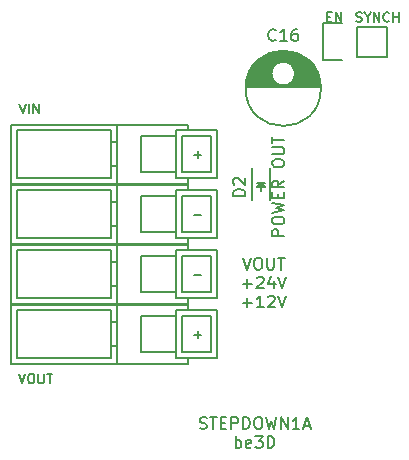
<source format=gbr>
G04 #@! TF.FileFunction,Legend,Top*
%FSLAX46Y46*%
G04 Gerber Fmt 4.6, Leading zero omitted, Abs format (unit mm)*
G04 Created by KiCad (PCBNEW 4.0.2-stable) date 26/09/2016 11:14:20*
%MOMM*%
G01*
G04 APERTURE LIST*
%ADD10C,0.150000*%
%ADD11C,0.200000*%
G04 APERTURE END LIST*
D10*
D11*
X150158524Y-71951857D02*
X150425191Y-71951857D01*
X150539477Y-72370905D02*
X150158524Y-72370905D01*
X150158524Y-71570905D01*
X150539477Y-71570905D01*
X150882334Y-72370905D02*
X150882334Y-71570905D01*
X151339477Y-72370905D01*
X151339477Y-71570905D01*
X143018095Y-92340381D02*
X143351428Y-93340381D01*
X143684762Y-92340381D01*
X144208571Y-92340381D02*
X144399048Y-92340381D01*
X144494286Y-92388000D01*
X144589524Y-92483238D01*
X144637143Y-92673714D01*
X144637143Y-93007048D01*
X144589524Y-93197524D01*
X144494286Y-93292762D01*
X144399048Y-93340381D01*
X144208571Y-93340381D01*
X144113333Y-93292762D01*
X144018095Y-93197524D01*
X143970476Y-93007048D01*
X143970476Y-92673714D01*
X144018095Y-92483238D01*
X144113333Y-92388000D01*
X144208571Y-92340381D01*
X145065714Y-92340381D02*
X145065714Y-93149905D01*
X145113333Y-93245143D01*
X145160952Y-93292762D01*
X145256190Y-93340381D01*
X145446667Y-93340381D01*
X145541905Y-93292762D01*
X145589524Y-93245143D01*
X145637143Y-93149905D01*
X145637143Y-92340381D01*
X145970476Y-92340381D02*
X146541905Y-92340381D01*
X146256190Y-93340381D02*
X146256190Y-92340381D01*
X143018095Y-94559429D02*
X143780000Y-94559429D01*
X143399048Y-94940381D02*
X143399048Y-94178476D01*
X144208571Y-94035619D02*
X144256190Y-93988000D01*
X144351428Y-93940381D01*
X144589524Y-93940381D01*
X144684762Y-93988000D01*
X144732381Y-94035619D01*
X144780000Y-94130857D01*
X144780000Y-94226095D01*
X144732381Y-94368952D01*
X144160952Y-94940381D01*
X144780000Y-94940381D01*
X145637143Y-94273714D02*
X145637143Y-94940381D01*
X145399047Y-93892762D02*
X145160952Y-94607048D01*
X145780000Y-94607048D01*
X146018095Y-93940381D02*
X146351428Y-94940381D01*
X146684762Y-93940381D01*
X143018095Y-96159429D02*
X143780000Y-96159429D01*
X143399048Y-96540381D02*
X143399048Y-95778476D01*
X144780000Y-96540381D02*
X144208571Y-96540381D01*
X144494285Y-96540381D02*
X144494285Y-95540381D01*
X144399047Y-95683238D01*
X144303809Y-95778476D01*
X144208571Y-95826095D01*
X145160952Y-95635619D02*
X145208571Y-95588000D01*
X145303809Y-95540381D01*
X145541905Y-95540381D01*
X145637143Y-95588000D01*
X145684762Y-95635619D01*
X145732381Y-95730857D01*
X145732381Y-95826095D01*
X145684762Y-95968952D01*
X145113333Y-96540381D01*
X145732381Y-96540381D01*
X146018095Y-95540381D02*
X146351428Y-96540381D01*
X146684762Y-95540381D01*
X138887238Y-93783143D02*
X139496762Y-93783143D01*
X138887238Y-98863143D02*
X139496762Y-98863143D01*
X139192000Y-99167905D02*
X139192000Y-98558381D01*
X138887238Y-83623143D02*
X139496762Y-83623143D01*
X139192000Y-83927905D02*
X139192000Y-83318381D01*
X138887238Y-88703143D02*
X139496762Y-88703143D01*
X152622477Y-72332810D02*
X152736763Y-72370905D01*
X152927239Y-72370905D01*
X153003429Y-72332810D01*
X153041525Y-72294714D01*
X153079620Y-72218524D01*
X153079620Y-72142333D01*
X153041525Y-72066143D01*
X153003429Y-72028048D01*
X152927239Y-71989952D01*
X152774858Y-71951857D01*
X152698667Y-71913762D01*
X152660572Y-71875667D01*
X152622477Y-71799476D01*
X152622477Y-71723286D01*
X152660572Y-71647095D01*
X152698667Y-71609000D01*
X152774858Y-71570905D01*
X152965334Y-71570905D01*
X153079620Y-71609000D01*
X153574858Y-71989952D02*
X153574858Y-72370905D01*
X153308191Y-71570905D02*
X153574858Y-71989952D01*
X153841525Y-71570905D01*
X154108191Y-72370905D02*
X154108191Y-71570905D01*
X154565334Y-72370905D01*
X154565334Y-71570905D01*
X155403429Y-72294714D02*
X155365334Y-72332810D01*
X155251048Y-72370905D01*
X155174858Y-72370905D01*
X155060572Y-72332810D01*
X154984381Y-72256619D01*
X154946286Y-72180429D01*
X154908191Y-72028048D01*
X154908191Y-71913762D01*
X154946286Y-71761381D01*
X154984381Y-71685190D01*
X155060572Y-71609000D01*
X155174858Y-71570905D01*
X155251048Y-71570905D01*
X155365334Y-71609000D01*
X155403429Y-71647095D01*
X155746286Y-72370905D02*
X155746286Y-71570905D01*
X155746286Y-71951857D02*
X156203429Y-71951857D01*
X156203429Y-72370905D02*
X156203429Y-71570905D01*
X124066476Y-102177905D02*
X124333143Y-102977905D01*
X124599810Y-102177905D01*
X125018857Y-102177905D02*
X125171238Y-102177905D01*
X125247429Y-102216000D01*
X125323619Y-102292190D01*
X125361714Y-102444571D01*
X125361714Y-102711238D01*
X125323619Y-102863619D01*
X125247429Y-102939810D01*
X125171238Y-102977905D01*
X125018857Y-102977905D01*
X124942667Y-102939810D01*
X124866476Y-102863619D01*
X124828381Y-102711238D01*
X124828381Y-102444571D01*
X124866476Y-102292190D01*
X124942667Y-102216000D01*
X125018857Y-102177905D01*
X125704571Y-102177905D02*
X125704571Y-102825524D01*
X125742666Y-102901714D01*
X125780762Y-102939810D01*
X125856952Y-102977905D01*
X126009333Y-102977905D01*
X126085524Y-102939810D01*
X126123619Y-102901714D01*
X126161714Y-102825524D01*
X126161714Y-102177905D01*
X126428380Y-102177905D02*
X126885523Y-102177905D01*
X126656952Y-102977905D02*
X126656952Y-102177905D01*
X124091810Y-79317905D02*
X124358477Y-80117905D01*
X124625144Y-79317905D01*
X124891810Y-80117905D02*
X124891810Y-79317905D01*
X125272762Y-80117905D02*
X125272762Y-79317905D01*
X125729905Y-80117905D01*
X125729905Y-79317905D01*
X139375143Y-106792762D02*
X139518000Y-106840381D01*
X139756096Y-106840381D01*
X139851334Y-106792762D01*
X139898953Y-106745143D01*
X139946572Y-106649905D01*
X139946572Y-106554667D01*
X139898953Y-106459429D01*
X139851334Y-106411810D01*
X139756096Y-106364190D01*
X139565619Y-106316571D01*
X139470381Y-106268952D01*
X139422762Y-106221333D01*
X139375143Y-106126095D01*
X139375143Y-106030857D01*
X139422762Y-105935619D01*
X139470381Y-105888000D01*
X139565619Y-105840381D01*
X139803715Y-105840381D01*
X139946572Y-105888000D01*
X140232286Y-105840381D02*
X140803715Y-105840381D01*
X140518000Y-106840381D02*
X140518000Y-105840381D01*
X141137048Y-106316571D02*
X141470382Y-106316571D01*
X141613239Y-106840381D02*
X141137048Y-106840381D01*
X141137048Y-105840381D01*
X141613239Y-105840381D01*
X142041810Y-106840381D02*
X142041810Y-105840381D01*
X142422763Y-105840381D01*
X142518001Y-105888000D01*
X142565620Y-105935619D01*
X142613239Y-106030857D01*
X142613239Y-106173714D01*
X142565620Y-106268952D01*
X142518001Y-106316571D01*
X142422763Y-106364190D01*
X142041810Y-106364190D01*
X143041810Y-106840381D02*
X143041810Y-105840381D01*
X143279905Y-105840381D01*
X143422763Y-105888000D01*
X143518001Y-105983238D01*
X143565620Y-106078476D01*
X143613239Y-106268952D01*
X143613239Y-106411810D01*
X143565620Y-106602286D01*
X143518001Y-106697524D01*
X143422763Y-106792762D01*
X143279905Y-106840381D01*
X143041810Y-106840381D01*
X144232286Y-105840381D02*
X144422763Y-105840381D01*
X144518001Y-105888000D01*
X144613239Y-105983238D01*
X144660858Y-106173714D01*
X144660858Y-106507048D01*
X144613239Y-106697524D01*
X144518001Y-106792762D01*
X144422763Y-106840381D01*
X144232286Y-106840381D01*
X144137048Y-106792762D01*
X144041810Y-106697524D01*
X143994191Y-106507048D01*
X143994191Y-106173714D01*
X144041810Y-105983238D01*
X144137048Y-105888000D01*
X144232286Y-105840381D01*
X144994191Y-105840381D02*
X145232286Y-106840381D01*
X145422763Y-106126095D01*
X145613239Y-106840381D01*
X145851334Y-105840381D01*
X146232286Y-106840381D02*
X146232286Y-105840381D01*
X146803715Y-106840381D01*
X146803715Y-105840381D01*
X147803715Y-106840381D02*
X147232286Y-106840381D01*
X147518000Y-106840381D02*
X147518000Y-105840381D01*
X147422762Y-105983238D01*
X147327524Y-106078476D01*
X147232286Y-106126095D01*
X148184667Y-106554667D02*
X148660858Y-106554667D01*
X148089429Y-106840381D02*
X148422762Y-105840381D01*
X148756096Y-106840381D01*
X142398952Y-108440381D02*
X142398952Y-107440381D01*
X142398952Y-107821333D02*
X142494190Y-107773714D01*
X142684667Y-107773714D01*
X142779905Y-107821333D01*
X142827524Y-107868952D01*
X142875143Y-107964190D01*
X142875143Y-108249905D01*
X142827524Y-108345143D01*
X142779905Y-108392762D01*
X142684667Y-108440381D01*
X142494190Y-108440381D01*
X142398952Y-108392762D01*
X143684667Y-108392762D02*
X143589429Y-108440381D01*
X143398952Y-108440381D01*
X143303714Y-108392762D01*
X143256095Y-108297524D01*
X143256095Y-107916571D01*
X143303714Y-107821333D01*
X143398952Y-107773714D01*
X143589429Y-107773714D01*
X143684667Y-107821333D01*
X143732286Y-107916571D01*
X143732286Y-108011810D01*
X143256095Y-108107048D01*
X144065619Y-107440381D02*
X144684667Y-107440381D01*
X144351333Y-107821333D01*
X144494191Y-107821333D01*
X144589429Y-107868952D01*
X144637048Y-107916571D01*
X144684667Y-108011810D01*
X144684667Y-108249905D01*
X144637048Y-108345143D01*
X144589429Y-108392762D01*
X144494191Y-108440381D01*
X144208476Y-108440381D01*
X144113238Y-108392762D01*
X144065619Y-108345143D01*
X145113238Y-108440381D02*
X145113238Y-107440381D01*
X145351333Y-107440381D01*
X145494191Y-107488000D01*
X145589429Y-107583238D01*
X145637048Y-107678476D01*
X145684667Y-107868952D01*
X145684667Y-108011810D01*
X145637048Y-108202286D01*
X145589429Y-108297524D01*
X145494191Y-108392762D01*
X145351333Y-108440381D01*
X145113238Y-108440381D01*
D10*
X138350000Y-96226000D02*
X138350000Y-95726000D01*
X138350000Y-91726000D02*
X138350000Y-91226000D01*
X132350000Y-96226100D02*
X132350000Y-91225900D01*
X123350000Y-96226100D02*
X123350000Y-91225900D01*
X140350000Y-95227000D02*
X140350000Y-92225000D01*
X137850100Y-95227000D02*
X137850100Y-92225000D01*
X140850100Y-91726000D02*
X140850100Y-95726000D01*
X137350000Y-91726000D02*
X137350000Y-95726000D01*
X134350000Y-95226100D02*
X134350000Y-92225900D01*
X131849900Y-91726000D02*
X131849900Y-95726000D01*
X123849900Y-95726000D02*
X123849900Y-91726000D01*
X131849900Y-94726000D02*
X132350000Y-94726000D01*
X137850100Y-95226000D02*
X140350000Y-95226000D01*
X137350000Y-95726000D02*
X140850100Y-95726000D01*
X131849900Y-92726000D02*
X132350000Y-92726000D01*
X137850100Y-92226000D02*
X140350000Y-92226000D01*
X137350000Y-91726000D02*
X140851000Y-91726000D01*
X134350000Y-95226000D02*
X137350000Y-95226000D01*
X123849900Y-95726000D02*
X131849900Y-95726000D01*
X132350000Y-96226000D02*
X138350000Y-96226000D01*
X134350000Y-92226000D02*
X137350000Y-92226000D01*
X123849900Y-91726000D02*
X131849900Y-91726000D01*
X132350000Y-91226000D02*
X138350000Y-91226000D01*
X132350000Y-96226000D02*
X123350000Y-96226000D01*
X123350000Y-91226000D02*
X132350000Y-91226000D01*
X143776000Y-84760000D02*
X143776000Y-87460000D01*
X145276000Y-84760000D02*
X145276000Y-87460000D01*
X144376000Y-86260000D02*
X144626000Y-86260000D01*
X144626000Y-86260000D02*
X144476000Y-86110000D01*
X144876000Y-86010000D02*
X144176000Y-86010000D01*
X144526000Y-86360000D02*
X144526000Y-86710000D01*
X144526000Y-86010000D02*
X144876000Y-86360000D01*
X144876000Y-86360000D02*
X144176000Y-86360000D01*
X144176000Y-86360000D02*
X144526000Y-86010000D01*
X138350000Y-86066000D02*
X138350000Y-85566000D01*
X138350000Y-81566000D02*
X138350000Y-81066000D01*
X132350000Y-86066100D02*
X132350000Y-81065900D01*
X123350000Y-86066100D02*
X123350000Y-81065900D01*
X140350000Y-85067000D02*
X140350000Y-82065000D01*
X137850100Y-85067000D02*
X137850100Y-82065000D01*
X140850100Y-81566000D02*
X140850100Y-85566000D01*
X137350000Y-81566000D02*
X137350000Y-85566000D01*
X134350000Y-85066100D02*
X134350000Y-82065900D01*
X131849900Y-81566000D02*
X131849900Y-85566000D01*
X123849900Y-85566000D02*
X123849900Y-81566000D01*
X131849900Y-84566000D02*
X132350000Y-84566000D01*
X137850100Y-85066000D02*
X140350000Y-85066000D01*
X137350000Y-85566000D02*
X140850100Y-85566000D01*
X131849900Y-82566000D02*
X132350000Y-82566000D01*
X137850100Y-82066000D02*
X140350000Y-82066000D01*
X137350000Y-81566000D02*
X140851000Y-81566000D01*
X134350000Y-85066000D02*
X137350000Y-85066000D01*
X123849900Y-85566000D02*
X131849900Y-85566000D01*
X132350000Y-86066000D02*
X138350000Y-86066000D01*
X134350000Y-82066000D02*
X137350000Y-82066000D01*
X123849900Y-81566000D02*
X131849900Y-81566000D01*
X132350000Y-81066000D02*
X138350000Y-81066000D01*
X132350000Y-86066000D02*
X123350000Y-86066000D01*
X123350000Y-81066000D02*
X132350000Y-81066000D01*
X138350000Y-91146000D02*
X138350000Y-90646000D01*
X138350000Y-86646000D02*
X138350000Y-86146000D01*
X132350000Y-91146100D02*
X132350000Y-86145900D01*
X123350000Y-91146100D02*
X123350000Y-86145900D01*
X140350000Y-90147000D02*
X140350000Y-87145000D01*
X137850100Y-90147000D02*
X137850100Y-87145000D01*
X140850100Y-86646000D02*
X140850100Y-90646000D01*
X137350000Y-86646000D02*
X137350000Y-90646000D01*
X134350000Y-90146100D02*
X134350000Y-87145900D01*
X131849900Y-86646000D02*
X131849900Y-90646000D01*
X123849900Y-90646000D02*
X123849900Y-86646000D01*
X131849900Y-89646000D02*
X132350000Y-89646000D01*
X137850100Y-90146000D02*
X140350000Y-90146000D01*
X137350000Y-90646000D02*
X140850100Y-90646000D01*
X131849900Y-87646000D02*
X132350000Y-87646000D01*
X137850100Y-87146000D02*
X140350000Y-87146000D01*
X137350000Y-86646000D02*
X140851000Y-86646000D01*
X134350000Y-90146000D02*
X137350000Y-90146000D01*
X123849900Y-90646000D02*
X131849900Y-90646000D01*
X132350000Y-91146000D02*
X138350000Y-91146000D01*
X134350000Y-87146000D02*
X137350000Y-87146000D01*
X123849900Y-86646000D02*
X131849900Y-86646000D01*
X132350000Y-86146000D02*
X138350000Y-86146000D01*
X132350000Y-91146000D02*
X123350000Y-91146000D01*
X123350000Y-86146000D02*
X132350000Y-86146000D01*
X138350000Y-101306000D02*
X138350000Y-100806000D01*
X138350000Y-96806000D02*
X138350000Y-96306000D01*
X132350000Y-101306100D02*
X132350000Y-96305900D01*
X123350000Y-101306100D02*
X123350000Y-96305900D01*
X140350000Y-100307000D02*
X140350000Y-97305000D01*
X137850100Y-100307000D02*
X137850100Y-97305000D01*
X140850100Y-96806000D02*
X140850100Y-100806000D01*
X137350000Y-96806000D02*
X137350000Y-100806000D01*
X134350000Y-100306100D02*
X134350000Y-97305900D01*
X131849900Y-96806000D02*
X131849900Y-100806000D01*
X123849900Y-100806000D02*
X123849900Y-96806000D01*
X131849900Y-99806000D02*
X132350000Y-99806000D01*
X137850100Y-100306000D02*
X140350000Y-100306000D01*
X137350000Y-100806000D02*
X140850100Y-100806000D01*
X131849900Y-97806000D02*
X132350000Y-97806000D01*
X137850100Y-97306000D02*
X140350000Y-97306000D01*
X137350000Y-96806000D02*
X140851000Y-96806000D01*
X134350000Y-100306000D02*
X137350000Y-100306000D01*
X123849900Y-100806000D02*
X131849900Y-100806000D01*
X132350000Y-101306000D02*
X138350000Y-101306000D01*
X134350000Y-97306000D02*
X137350000Y-97306000D01*
X123849900Y-96806000D02*
X131849900Y-96806000D01*
X132350000Y-96306000D02*
X138350000Y-96306000D01*
X132350000Y-101306000D02*
X123350000Y-101306000D01*
X123350000Y-96306000D02*
X132350000Y-96306000D01*
X152654000Y-72771000D02*
X155194000Y-72771000D01*
X149834000Y-72491000D02*
X151384000Y-72491000D01*
X152654000Y-72771000D02*
X152654000Y-75311000D01*
X151384000Y-75591000D02*
X149834000Y-75591000D01*
X149834000Y-75591000D02*
X149834000Y-72491000D01*
X152654000Y-75311000D02*
X155194000Y-75311000D01*
X155194000Y-75311000D02*
X155194000Y-72771000D01*
X143282000Y-77923000D02*
X149580000Y-77923000D01*
X143288000Y-77783000D02*
X149574000Y-77783000D01*
X143301000Y-77643000D02*
X145985000Y-77643000D01*
X146877000Y-77643000D02*
X149561000Y-77643000D01*
X143320000Y-77503000D02*
X145775000Y-77503000D01*
X147087000Y-77503000D02*
X149542000Y-77503000D01*
X143346000Y-77363000D02*
X145642000Y-77363000D01*
X147220000Y-77363000D02*
X149516000Y-77363000D01*
X143378000Y-77223000D02*
X145551000Y-77223000D01*
X147311000Y-77223000D02*
X149484000Y-77223000D01*
X143417000Y-77083000D02*
X145489000Y-77083000D01*
X147373000Y-77083000D02*
X149445000Y-77083000D01*
X143463000Y-76943000D02*
X145450000Y-76943000D01*
X147412000Y-76943000D02*
X149399000Y-76943000D01*
X143516000Y-76803000D02*
X145433000Y-76803000D01*
X147429000Y-76803000D02*
X149346000Y-76803000D01*
X143578000Y-76663000D02*
X145435000Y-76663000D01*
X147427000Y-76663000D02*
X149284000Y-76663000D01*
X143648000Y-76523000D02*
X145457000Y-76523000D01*
X147405000Y-76523000D02*
X149214000Y-76523000D01*
X143727000Y-76383000D02*
X145500000Y-76383000D01*
X147362000Y-76383000D02*
X149135000Y-76383000D01*
X143815000Y-76243000D02*
X145568000Y-76243000D01*
X147294000Y-76243000D02*
X149047000Y-76243000D01*
X143915000Y-76103000D02*
X145667000Y-76103000D01*
X147195000Y-76103000D02*
X148947000Y-76103000D01*
X144027000Y-75963000D02*
X145812000Y-75963000D01*
X147050000Y-75963000D02*
X148835000Y-75963000D01*
X144152000Y-75823000D02*
X146051000Y-75823000D01*
X146811000Y-75823000D02*
X148710000Y-75823000D01*
X144295000Y-75683000D02*
X148567000Y-75683000D01*
X144457000Y-75543000D02*
X148405000Y-75543000D01*
X144645000Y-75403000D02*
X148217000Y-75403000D01*
X144868000Y-75263000D02*
X147994000Y-75263000D01*
X145144000Y-75123000D02*
X147718000Y-75123000D01*
X145519000Y-74983000D02*
X147343000Y-74983000D01*
X147431000Y-76748000D02*
G75*
G03X147431000Y-76748000I-1000000J0D01*
G01*
X149618500Y-77998000D02*
G75*
G03X149618500Y-77998000I-3187500J0D01*
G01*
X143200381Y-87098095D02*
X142200381Y-87098095D01*
X142200381Y-86860000D01*
X142248000Y-86717142D01*
X142343238Y-86621904D01*
X142438476Y-86574285D01*
X142628952Y-86526666D01*
X142771810Y-86526666D01*
X142962286Y-86574285D01*
X143057524Y-86621904D01*
X143152762Y-86717142D01*
X143200381Y-86860000D01*
X143200381Y-87098095D01*
X142295619Y-86145714D02*
X142248000Y-86098095D01*
X142200381Y-86002857D01*
X142200381Y-85764761D01*
X142248000Y-85669523D01*
X142295619Y-85621904D01*
X142390857Y-85574285D01*
X142486095Y-85574285D01*
X142628952Y-85621904D01*
X143200381Y-86193333D01*
X143200381Y-85574285D01*
X146502381Y-90479048D02*
X145502381Y-90479048D01*
X145502381Y-90098095D01*
X145550000Y-90002857D01*
X145597619Y-89955238D01*
X145692857Y-89907619D01*
X145835714Y-89907619D01*
X145930952Y-89955238D01*
X145978571Y-90002857D01*
X146026190Y-90098095D01*
X146026190Y-90479048D01*
X145502381Y-89288572D02*
X145502381Y-89098095D01*
X145550000Y-89002857D01*
X145645238Y-88907619D01*
X145835714Y-88860000D01*
X146169048Y-88860000D01*
X146359524Y-88907619D01*
X146454762Y-89002857D01*
X146502381Y-89098095D01*
X146502381Y-89288572D01*
X146454762Y-89383810D01*
X146359524Y-89479048D01*
X146169048Y-89526667D01*
X145835714Y-89526667D01*
X145645238Y-89479048D01*
X145550000Y-89383810D01*
X145502381Y-89288572D01*
X145502381Y-88526667D02*
X146502381Y-88288572D01*
X145788095Y-88098095D01*
X146502381Y-87907619D01*
X145502381Y-87669524D01*
X145978571Y-87288572D02*
X145978571Y-86955238D01*
X146502381Y-86812381D02*
X146502381Y-87288572D01*
X145502381Y-87288572D01*
X145502381Y-86812381D01*
X146502381Y-85812381D02*
X146026190Y-86145715D01*
X146502381Y-86383810D02*
X145502381Y-86383810D01*
X145502381Y-86002857D01*
X145550000Y-85907619D01*
X145597619Y-85860000D01*
X145692857Y-85812381D01*
X145835714Y-85812381D01*
X145930952Y-85860000D01*
X145978571Y-85907619D01*
X146026190Y-86002857D01*
X146026190Y-86383810D01*
X145502381Y-84431429D02*
X145502381Y-84240952D01*
X145550000Y-84145714D01*
X145645238Y-84050476D01*
X145835714Y-84002857D01*
X146169048Y-84002857D01*
X146359524Y-84050476D01*
X146454762Y-84145714D01*
X146502381Y-84240952D01*
X146502381Y-84431429D01*
X146454762Y-84526667D01*
X146359524Y-84621905D01*
X146169048Y-84669524D01*
X145835714Y-84669524D01*
X145645238Y-84621905D01*
X145550000Y-84526667D01*
X145502381Y-84431429D01*
X145502381Y-83574286D02*
X146311905Y-83574286D01*
X146407143Y-83526667D01*
X146454762Y-83479048D01*
X146502381Y-83383810D01*
X146502381Y-83193333D01*
X146454762Y-83098095D01*
X146407143Y-83050476D01*
X146311905Y-83002857D01*
X145502381Y-83002857D01*
X145502381Y-82669524D02*
X145502381Y-82098095D01*
X146502381Y-82383810D02*
X145502381Y-82383810D01*
X145788143Y-73890143D02*
X145740524Y-73937762D01*
X145597667Y-73985381D01*
X145502429Y-73985381D01*
X145359571Y-73937762D01*
X145264333Y-73842524D01*
X145216714Y-73747286D01*
X145169095Y-73556810D01*
X145169095Y-73413952D01*
X145216714Y-73223476D01*
X145264333Y-73128238D01*
X145359571Y-73033000D01*
X145502429Y-72985381D01*
X145597667Y-72985381D01*
X145740524Y-73033000D01*
X145788143Y-73080619D01*
X146740524Y-73985381D02*
X146169095Y-73985381D01*
X146454809Y-73985381D02*
X146454809Y-72985381D01*
X146359571Y-73128238D01*
X146264333Y-73223476D01*
X146169095Y-73271095D01*
X147597667Y-72985381D02*
X147407190Y-72985381D01*
X147311952Y-73033000D01*
X147264333Y-73080619D01*
X147169095Y-73223476D01*
X147121476Y-73413952D01*
X147121476Y-73794905D01*
X147169095Y-73890143D01*
X147216714Y-73937762D01*
X147311952Y-73985381D01*
X147502429Y-73985381D01*
X147597667Y-73937762D01*
X147645286Y-73890143D01*
X147692905Y-73794905D01*
X147692905Y-73556810D01*
X147645286Y-73461571D01*
X147597667Y-73413952D01*
X147502429Y-73366333D01*
X147311952Y-73366333D01*
X147216714Y-73413952D01*
X147169095Y-73461571D01*
X147121476Y-73556810D01*
M02*

</source>
